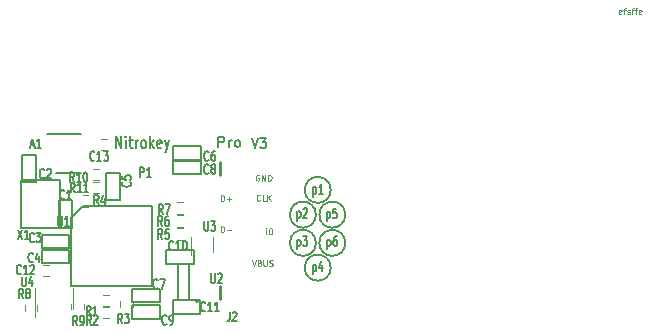
<source format=gto>
G04 #@! TF.FileFunction,Legend,Top*
%FSLAX46Y46*%
G04 Gerber Fmt 4.6, Leading zero omitted, Abs format (unit mm)*
G04 Created by KiCad (PCBNEW 4.0.7) date 2018. July 01., Sunday 21:28:52*
%MOMM*%
%LPD*%
G01*
G04 APERTURE LIST*
%ADD10C,0.150000*%
%ADD11C,0.104800*%
%ADD12C,0.125000*%
%ADD13C,0.200000*%
%ADD14C,0.180000*%
%ADD15C,0.120000*%
%ADD16C,0.254000*%
%ADD17C,0.149860*%
G04 APERTURE END LIST*
D10*
X-3879571Y6939019D02*
X-3879571Y7939019D01*
X-3422428Y6939019D01*
X-3422428Y7939019D01*
X-3041476Y6939019D02*
X-3041476Y7605686D01*
X-3041476Y7939019D02*
X-3079571Y7891400D01*
X-3041476Y7843781D01*
X-3003381Y7891400D01*
X-3041476Y7939019D01*
X-3041476Y7843781D01*
X-2774810Y7605686D02*
X-2470048Y7605686D01*
X-2660524Y7939019D02*
X-2660524Y7081876D01*
X-2622429Y6986638D01*
X-2546238Y6939019D01*
X-2470048Y6939019D01*
X-2203381Y6939019D02*
X-2203381Y7605686D01*
X-2203381Y7415210D02*
X-2165286Y7510448D01*
X-2127190Y7558067D01*
X-2051000Y7605686D01*
X-1974809Y7605686D01*
X-1593857Y6939019D02*
X-1670048Y6986638D01*
X-1708143Y7034257D01*
X-1746238Y7129495D01*
X-1746238Y7415210D01*
X-1708143Y7510448D01*
X-1670048Y7558067D01*
X-1593857Y7605686D01*
X-1479571Y7605686D01*
X-1403381Y7558067D01*
X-1365286Y7510448D01*
X-1327190Y7415210D01*
X-1327190Y7129495D01*
X-1365286Y7034257D01*
X-1403381Y6986638D01*
X-1479571Y6939019D01*
X-1593857Y6939019D01*
X-984333Y6939019D02*
X-984333Y7939019D01*
X-908142Y7319971D02*
X-679571Y6939019D01*
X-679571Y7605686D02*
X-984333Y7224733D01*
X-31952Y6986638D02*
X-108142Y6939019D01*
X-260523Y6939019D01*
X-336714Y6986638D01*
X-374809Y7081876D01*
X-374809Y7462829D01*
X-336714Y7558067D01*
X-260523Y7605686D01*
X-108142Y7605686D01*
X-31952Y7558067D01*
X6143Y7462829D01*
X6143Y7367590D01*
X-374809Y7272352D01*
X272810Y7605686D02*
X463286Y6939019D01*
X653762Y7605686D02*
X463286Y6939019D01*
X387095Y6700924D01*
X349000Y6653305D01*
X272810Y6605686D01*
D11*
X38924801Y18326919D02*
X38877182Y18303110D01*
X38781944Y18303110D01*
X38734325Y18326919D01*
X38710515Y18374538D01*
X38710515Y18565014D01*
X38734325Y18612633D01*
X38781944Y18636443D01*
X38877182Y18636443D01*
X38924801Y18612633D01*
X38948610Y18565014D01*
X38948610Y18517395D01*
X38710515Y18469776D01*
X39091467Y18636443D02*
X39281943Y18636443D01*
X39162896Y18303110D02*
X39162896Y18731681D01*
X39186705Y18779300D01*
X39234324Y18803110D01*
X39281943Y18803110D01*
X39424800Y18326919D02*
X39472419Y18303110D01*
X39567657Y18303110D01*
X39615276Y18326919D01*
X39639086Y18374538D01*
X39639086Y18398348D01*
X39615276Y18445967D01*
X39567657Y18469776D01*
X39496229Y18469776D01*
X39448610Y18493586D01*
X39424800Y18541205D01*
X39424800Y18565014D01*
X39448610Y18612633D01*
X39496229Y18636443D01*
X39567657Y18636443D01*
X39615276Y18612633D01*
X39781943Y18636443D02*
X39972419Y18636443D01*
X39853372Y18303110D02*
X39853372Y18731681D01*
X39877181Y18779300D01*
X39924800Y18803110D01*
X39972419Y18803110D01*
X40067657Y18636443D02*
X40258133Y18636443D01*
X40139086Y18303110D02*
X40139086Y18731681D01*
X40162895Y18779300D01*
X40210514Y18803110D01*
X40258133Y18803110D01*
X40615276Y18326919D02*
X40567657Y18303110D01*
X40472419Y18303110D01*
X40424800Y18326919D01*
X40400990Y18374538D01*
X40400990Y18565014D01*
X40424800Y18612633D01*
X40472419Y18636443D01*
X40567657Y18636443D01*
X40615276Y18612633D01*
X40639085Y18565014D01*
X40639085Y18517395D01*
X40400990Y18469776D01*
D12*
X8255047Y4656900D02*
X8207428Y4680710D01*
X8136000Y4680710D01*
X8064571Y4656900D01*
X8016952Y4609281D01*
X7993143Y4561662D01*
X7969333Y4466424D01*
X7969333Y4394995D01*
X7993143Y4299757D01*
X8016952Y4252138D01*
X8064571Y4204519D01*
X8136000Y4180710D01*
X8183619Y4180710D01*
X8255047Y4204519D01*
X8278857Y4228329D01*
X8278857Y4394995D01*
X8183619Y4394995D01*
X8493143Y4180710D02*
X8493143Y4680710D01*
X8778857Y4180710D01*
X8778857Y4680710D01*
X9016953Y4180710D02*
X9016953Y4680710D01*
X9136000Y4680710D01*
X9207429Y4656900D01*
X9255048Y4609281D01*
X9278857Y4561662D01*
X9302667Y4466424D01*
X9302667Y4394995D01*
X9278857Y4299757D01*
X9255048Y4252138D01*
X9207429Y4204519D01*
X9136000Y4180710D01*
X9016953Y4180710D01*
X7617734Y-2532890D02*
X7784401Y-3032890D01*
X7951067Y-2532890D01*
X8284400Y-2770986D02*
X8355829Y-2794795D01*
X8379638Y-2818605D01*
X8403448Y-2866224D01*
X8403448Y-2937652D01*
X8379638Y-2985271D01*
X8355829Y-3009081D01*
X8308210Y-3032890D01*
X8117734Y-3032890D01*
X8117734Y-2532890D01*
X8284400Y-2532890D01*
X8332019Y-2556700D01*
X8355829Y-2580510D01*
X8379638Y-2628129D01*
X8379638Y-2675748D01*
X8355829Y-2723367D01*
X8332019Y-2747176D01*
X8284400Y-2770986D01*
X8117734Y-2770986D01*
X8617734Y-2532890D02*
X8617734Y-2937652D01*
X8641543Y-2985271D01*
X8665353Y-3009081D01*
X8712972Y-3032890D01*
X8808210Y-3032890D01*
X8855829Y-3009081D01*
X8879638Y-2985271D01*
X8903448Y-2937652D01*
X8903448Y-2532890D01*
X9117734Y-3009081D02*
X9189163Y-3032890D01*
X9308210Y-3032890D01*
X9355829Y-3009081D01*
X9379639Y-2985271D01*
X9403448Y-2937652D01*
X9403448Y-2890033D01*
X9379639Y-2842414D01*
X9355829Y-2818605D01*
X9308210Y-2794795D01*
X9212972Y-2770986D01*
X9165353Y-2747176D01*
X9141544Y-2723367D01*
X9117734Y-2675748D01*
X9117734Y-2628129D01*
X9141544Y-2580510D01*
X9165353Y-2556700D01*
X9212972Y-2532890D01*
X9332020Y-2532890D01*
X9403448Y-2556700D01*
X4995124Y-188090D02*
X4995124Y311910D01*
X5114171Y311910D01*
X5185600Y288100D01*
X5233219Y240481D01*
X5257028Y192862D01*
X5280838Y97624D01*
X5280838Y26195D01*
X5257028Y-69043D01*
X5233219Y-116662D01*
X5185600Y-164281D01*
X5114171Y-188090D01*
X4995124Y-188090D01*
X5495124Y2386D02*
X5876076Y2386D01*
X8831296Y-340490D02*
X8831296Y159510D01*
X9164629Y159510D02*
X9259867Y159510D01*
X9307486Y135700D01*
X9355105Y88081D01*
X9378914Y-7157D01*
X9378914Y-173824D01*
X9355105Y-269062D01*
X9307486Y-316681D01*
X9259867Y-340490D01*
X9164629Y-340490D01*
X9117010Y-316681D01*
X9069391Y-269062D01*
X9045581Y-173824D01*
X9045581Y-7157D01*
X9069391Y88081D01*
X9117010Y135700D01*
X9164629Y159510D01*
X8338381Y2551929D02*
X8314571Y2528119D01*
X8243143Y2504310D01*
X8195524Y2504310D01*
X8124095Y2528119D01*
X8076476Y2575738D01*
X8052667Y2623357D01*
X8028857Y2718595D01*
X8028857Y2790024D01*
X8052667Y2885262D01*
X8076476Y2932881D01*
X8124095Y2980500D01*
X8195524Y3004310D01*
X8243143Y3004310D01*
X8314571Y2980500D01*
X8338381Y2956690D01*
X8790762Y2504310D02*
X8552667Y2504310D01*
X8552667Y3004310D01*
X8957429Y2504310D02*
X8957429Y3004310D01*
X9243143Y2504310D02*
X9028857Y2790024D01*
X9243143Y3004310D02*
X8957429Y2718595D01*
X4995124Y2453510D02*
X4995124Y2953510D01*
X5114171Y2953510D01*
X5185600Y2929700D01*
X5233219Y2882081D01*
X5257028Y2834462D01*
X5280838Y2739224D01*
X5280838Y2667795D01*
X5257028Y2572557D01*
X5233219Y2524938D01*
X5185600Y2477319D01*
X5114171Y2453510D01*
X4995124Y2453510D01*
X5495124Y2643986D02*
X5876076Y2643986D01*
X5685600Y2453510D02*
X5685600Y2834462D01*
D10*
X14306972Y-3180928D02*
G75*
G03X14306972Y-3180928I-1098972J0D01*
G01*
X14306972Y3409528D02*
G75*
G03X14306972Y3409528I-1098972J0D01*
G01*
X15544800Y-1079500D02*
G75*
G03X15544800Y-1079500I-1098972J0D01*
G01*
X13055600Y-1079500D02*
G75*
G03X13055600Y-1079500I-1098972J0D01*
G01*
X15544800Y1308100D02*
G75*
G03X15544800Y1308100I-1098972J0D01*
G01*
X13055600Y1308100D02*
G75*
G03X13055600Y1308100I-1098972J0D01*
G01*
D13*
X7620081Y7820757D02*
X7886748Y6920757D01*
X8153415Y7820757D01*
X8343891Y7820757D02*
X8839129Y7820757D01*
X8572462Y7477900D01*
X8686748Y7477900D01*
X8762938Y7435043D01*
X8801034Y7392186D01*
X8839129Y7306471D01*
X8839129Y7092186D01*
X8801034Y7006471D01*
X8762938Y6963614D01*
X8686748Y6920757D01*
X8458176Y6920757D01*
X8381986Y6963614D01*
X8343891Y7006471D01*
D14*
X4780872Y7075771D02*
X4780872Y7885771D01*
X5123729Y7885771D01*
X5209443Y7847200D01*
X5252300Y7808629D01*
X5295157Y7731486D01*
X5295157Y7615771D01*
X5252300Y7538629D01*
X5209443Y7500057D01*
X5123729Y7461486D01*
X4780872Y7461486D01*
X5680872Y7075771D02*
X5680872Y7615771D01*
X5680872Y7461486D02*
X5723729Y7538629D01*
X5766586Y7577200D01*
X5852300Y7615771D01*
X5938015Y7615771D01*
X6366586Y7075771D02*
X6280872Y7114343D01*
X6238015Y7152914D01*
X6195158Y7230057D01*
X6195158Y7461486D01*
X6238015Y7538629D01*
X6280872Y7577200D01*
X6366586Y7615771D01*
X6495158Y7615771D01*
X6580872Y7577200D01*
X6623729Y7538629D01*
X6666586Y7461486D01*
X6666586Y7230057D01*
X6623729Y7152914D01*
X6580872Y7114343D01*
X6495158Y7075771D01*
X6366586Y7075771D01*
D15*
X-4474400Y-5477100D02*
X-4974400Y-5477100D01*
X-4974400Y-6537100D02*
X-4474400Y-6537100D01*
X-3527200Y-6011100D02*
X-3527200Y-6511100D01*
X-2467200Y-6511100D02*
X-2467200Y-6011100D01*
X-4474400Y-6391500D02*
X-4974400Y-6391500D01*
X-4974400Y-7451500D02*
X-4474400Y-7451500D01*
X-6701600Y1946500D02*
X-6201600Y1946500D01*
X-6201600Y3006500D02*
X-6701600Y3006500D01*
X1824800Y1330100D02*
X1324800Y1330100D01*
X1324800Y270100D02*
X1824800Y270100D01*
X1824800Y2346100D02*
X1324800Y2346100D01*
X1324800Y1286100D02*
X1824800Y1286100D01*
X1824800Y212500D02*
X1324800Y212500D01*
X1324800Y-847500D02*
X1824800Y-847500D01*
X-11604400Y-6366700D02*
X-11604400Y-6866700D01*
X-10544400Y-6866700D02*
X-10544400Y-6366700D01*
X-7642000Y-6214300D02*
X-7642000Y-6714300D01*
X-6582000Y-6714300D02*
X-6582000Y-6214300D01*
X-5787200Y4080100D02*
X-5287200Y4080100D01*
X-5287200Y5140100D02*
X-5787200Y5140100D01*
X-5787200Y3165700D02*
X-5287200Y3165700D01*
X-5287200Y4225700D02*
X-5787200Y4225700D01*
X-10063200Y-3886300D02*
X-9563200Y-3886300D01*
X-9563200Y-2946300D02*
X-10063200Y-2946300D01*
D10*
X-8974800Y4864700D02*
X-6874800Y4864700D01*
X-9749800Y8114700D02*
X-6874800Y8114700D01*
D15*
X-7483200Y-6703900D02*
X-7483200Y-4903900D01*
X-10703200Y-4903900D02*
X-10703200Y-7353900D01*
X-5126800Y6781700D02*
X-4626800Y6781700D01*
X-4626800Y7721700D02*
X-5126800Y7721700D01*
X4303600Y-581900D02*
X4303600Y-1881900D01*
X2503600Y-2131900D02*
X2503600Y-581900D01*
D16*
X4899020Y4683010D02*
X4899020Y5782830D01*
X4899020Y-4714990D02*
X4899020Y-5814810D01*
D17*
X924560Y-5941060D02*
X3276600Y-5941060D01*
X3276600Y-5941060D02*
X3276600Y-7089140D01*
X3276600Y-7089140D02*
X924560Y-7089140D01*
X924560Y-7089140D02*
X924560Y-5941060D01*
X-172720Y-6123940D02*
X-2524760Y-6123940D01*
X-2524760Y-6123940D02*
X-2524760Y-4975860D01*
X-2524760Y-4975860D02*
X-172720Y-4975860D01*
X-172720Y-4975860D02*
X-172720Y-6123940D01*
X-6649720Y2052320D02*
X-7650480Y1051560D01*
X-7650480Y1051560D02*
X-7650480Y-4749800D01*
X-848360Y2052320D02*
X-848360Y-4749800D01*
X-848360Y-4749800D02*
X-7650480Y-4749800D01*
X-6649720Y2052320D02*
X-848360Y2052320D01*
X1366520Y-5882640D02*
X1366520Y-2880360D01*
X1366520Y-2880360D02*
X2316480Y-2880360D01*
X2316480Y-2880360D02*
X2316480Y-5882640D01*
X2316480Y-5882640D02*
X1366520Y-5882640D01*
X3102310Y-5979160D02*
G75*
G03X3102310Y-5979160I-110190J0D01*
G01*
X-11938000Y139700D02*
X-11938000Y4203700D01*
X-11938000Y4203700D02*
X-8585200Y4203700D01*
X-8585200Y4203700D02*
X-8585200Y139700D01*
X-8585200Y139700D02*
X-11938000Y139700D01*
X-10167620Y-403860D02*
X-7815580Y-403860D01*
X-7815580Y-403860D02*
X-7815580Y-1551940D01*
X-7815580Y-1551940D02*
X-10167620Y-1551940D01*
X-10167620Y-1551940D02*
X-10167620Y-403860D01*
X-7553960Y2534920D02*
X-7553960Y182880D01*
X-7553960Y182880D02*
X-8702040Y182880D01*
X-8702040Y182880D02*
X-8702040Y2534920D01*
X-8702040Y2534920D02*
X-7553960Y2534920D01*
X949960Y7124700D02*
X3302000Y7124700D01*
X3302000Y7124700D02*
X3302000Y5976620D01*
X3302000Y5976620D02*
X949960Y5976620D01*
X949960Y5976620D02*
X949960Y7124700D01*
X-3525960Y4872520D02*
X-3525960Y2520480D01*
X-3525960Y2520480D02*
X-4674040Y2520480D01*
X-4674040Y2520480D02*
X-4674040Y4872520D01*
X-4674040Y4872520D02*
X-3525960Y4872520D01*
X-10167620Y-1673860D02*
X-7815580Y-1673860D01*
X-7815580Y-1673860D02*
X-7815580Y-2821940D01*
X-7815580Y-2821940D02*
X-10167620Y-2821940D01*
X-10167620Y-2821940D02*
X-10167620Y-1673860D01*
X-10652760Y6395720D02*
X-10652760Y4043680D01*
X-10652760Y4043680D02*
X-11800840Y4043680D01*
X-11800840Y4043680D02*
X-11800840Y6395720D01*
X-11800840Y6395720D02*
X-10652760Y6395720D01*
X-2524760Y-6375400D02*
X-172720Y-6375400D01*
X-172720Y-6375400D02*
X-172720Y-7523480D01*
X-172720Y-7523480D02*
X-2524760Y-7523480D01*
X-2524760Y-7523480D02*
X-2524760Y-6375400D01*
X949960Y5875020D02*
X3302000Y5875020D01*
X3302000Y5875020D02*
X3302000Y4726940D01*
X3302000Y4726940D02*
X949960Y4726940D01*
X949960Y4726940D02*
X949960Y5875020D01*
X2750820Y-2872740D02*
X398780Y-2872740D01*
X398780Y-2872740D02*
X398780Y-1724660D01*
X398780Y-1724660D02*
X2750820Y-1724660D01*
X2750820Y-1724660D02*
X2750820Y-2872740D01*
D10*
X-6018200Y-7207205D02*
X-6218200Y-6826252D01*
X-6361057Y-7207205D02*
X-6361057Y-6407205D01*
X-6132485Y-6407205D01*
X-6075343Y-6445300D01*
X-6046771Y-6483395D01*
X-6018200Y-6559586D01*
X-6018200Y-6673871D01*
X-6046771Y-6750062D01*
X-6075343Y-6788157D01*
X-6132485Y-6826252D01*
X-6361057Y-6826252D01*
X-5446771Y-7207205D02*
X-5789628Y-7207205D01*
X-5618200Y-7207205D02*
X-5618200Y-6407205D01*
X-5675343Y-6521490D01*
X-5732485Y-6597681D01*
X-5789628Y-6635776D01*
X-3325800Y-7880305D02*
X-3525800Y-7499352D01*
X-3668657Y-7880305D02*
X-3668657Y-7080305D01*
X-3440085Y-7080305D01*
X-3382943Y-7118400D01*
X-3354371Y-7156495D01*
X-3325800Y-7232686D01*
X-3325800Y-7346971D01*
X-3354371Y-7423162D01*
X-3382943Y-7461257D01*
X-3440085Y-7499352D01*
X-3668657Y-7499352D01*
X-3125800Y-7080305D02*
X-2754371Y-7080305D01*
X-2954371Y-7385067D01*
X-2868657Y-7385067D01*
X-2811514Y-7423162D01*
X-2782943Y-7461257D01*
X-2754371Y-7537448D01*
X-2754371Y-7727924D01*
X-2782943Y-7804114D01*
X-2811514Y-7842210D01*
X-2868657Y-7880305D01*
X-3040085Y-7880305D01*
X-3097228Y-7842210D01*
X-3125800Y-7804114D01*
X-5992800Y-7994605D02*
X-6192800Y-7613652D01*
X-6335657Y-7994605D02*
X-6335657Y-7194605D01*
X-6107085Y-7194605D01*
X-6049943Y-7232700D01*
X-6021371Y-7270795D01*
X-5992800Y-7346986D01*
X-5992800Y-7461271D01*
X-6021371Y-7537462D01*
X-6049943Y-7575557D01*
X-6107085Y-7613652D01*
X-6335657Y-7613652D01*
X-5764228Y-7270795D02*
X-5735657Y-7232700D01*
X-5678514Y-7194605D01*
X-5535657Y-7194605D01*
X-5478514Y-7232700D01*
X-5449943Y-7270795D01*
X-5421371Y-7346986D01*
X-5421371Y-7423176D01*
X-5449943Y-7537462D01*
X-5792800Y-7994605D01*
X-5421371Y-7994605D01*
X-5350180Y2152695D02*
X-5550180Y2533648D01*
X-5693037Y2152695D02*
X-5693037Y2952695D01*
X-5464465Y2952695D01*
X-5407323Y2914600D01*
X-5378751Y2876505D01*
X-5350180Y2800314D01*
X-5350180Y2686029D01*
X-5378751Y2609838D01*
X-5407323Y2571743D01*
X-5464465Y2533648D01*
X-5693037Y2533648D01*
X-4835894Y2686029D02*
X-4835894Y2152695D01*
X-4978751Y2990790D02*
X-5121608Y2419362D01*
X-4750180Y2419362D01*
X52400Y387395D02*
X-147600Y768348D01*
X-290457Y387395D02*
X-290457Y1187395D01*
X-61885Y1187395D01*
X-4743Y1149300D01*
X23829Y1111205D01*
X52400Y1035014D01*
X52400Y920729D01*
X23829Y844538D01*
X-4743Y806443D01*
X-61885Y768348D01*
X-290457Y768348D01*
X566686Y1187395D02*
X452400Y1187395D01*
X395257Y1149300D01*
X366686Y1111205D01*
X309543Y996919D01*
X280972Y844538D01*
X280972Y539776D01*
X309543Y463586D01*
X338115Y425490D01*
X395257Y387395D01*
X509543Y387395D01*
X566686Y425490D01*
X595257Y463586D01*
X623829Y539776D01*
X623829Y730252D01*
X595257Y806443D01*
X566686Y844538D01*
X509543Y882633D01*
X395257Y882633D01*
X338115Y844538D01*
X309543Y806443D01*
X280972Y730252D01*
X96849Y1403395D02*
X-103151Y1784348D01*
X-246008Y1403395D02*
X-246008Y2203395D01*
X-17436Y2203395D01*
X39706Y2165300D01*
X68278Y2127205D01*
X96849Y2051014D01*
X96849Y1936729D01*
X68278Y1860538D01*
X39706Y1822443D01*
X-17436Y1784348D01*
X-246008Y1784348D01*
X296849Y2203395D02*
X696849Y2203395D01*
X439706Y1403395D01*
X64973Y-742778D02*
X-135027Y-361825D01*
X-277884Y-742778D02*
X-277884Y57222D01*
X-49312Y57222D01*
X7830Y19127D01*
X36402Y-18968D01*
X64973Y-95159D01*
X64973Y-209444D01*
X36402Y-285635D01*
X7830Y-323730D01*
X-49312Y-361825D01*
X-277884Y-361825D01*
X607830Y57222D02*
X322116Y57222D01*
X293545Y-323730D01*
X322116Y-285635D01*
X379259Y-247540D01*
X522116Y-247540D01*
X579259Y-285635D01*
X607830Y-323730D01*
X636402Y-399921D01*
X636402Y-590397D01*
X607830Y-666587D01*
X579259Y-704683D01*
X522116Y-742778D01*
X379259Y-742778D01*
X322116Y-704683D01*
X293545Y-666587D01*
X-11733200Y-5759405D02*
X-11933200Y-5378452D01*
X-12076057Y-5759405D02*
X-12076057Y-4959405D01*
X-11847485Y-4959405D01*
X-11790343Y-4997500D01*
X-11761771Y-5035595D01*
X-11733200Y-5111786D01*
X-11733200Y-5226071D01*
X-11761771Y-5302262D01*
X-11790343Y-5340357D01*
X-11847485Y-5378452D01*
X-12076057Y-5378452D01*
X-11390343Y-5302262D02*
X-11447485Y-5264167D01*
X-11476057Y-5226071D01*
X-11504628Y-5149881D01*
X-11504628Y-5111786D01*
X-11476057Y-5035595D01*
X-11447485Y-4997500D01*
X-11390343Y-4959405D01*
X-11276057Y-4959405D01*
X-11218914Y-4997500D01*
X-11190343Y-5035595D01*
X-11161771Y-5111786D01*
X-11161771Y-5149881D01*
X-11190343Y-5226071D01*
X-11218914Y-5264167D01*
X-11276057Y-5302262D01*
X-11390343Y-5302262D01*
X-11447485Y-5340357D01*
X-11476057Y-5378452D01*
X-11504628Y-5454643D01*
X-11504628Y-5607024D01*
X-11476057Y-5683214D01*
X-11447485Y-5721310D01*
X-11390343Y-5759405D01*
X-11276057Y-5759405D01*
X-11218914Y-5721310D01*
X-11190343Y-5683214D01*
X-11161771Y-5607024D01*
X-11161771Y-5454643D01*
X-11190343Y-5378452D01*
X-11218914Y-5340357D01*
X-11276057Y-5302262D01*
X-7161200Y-8045405D02*
X-7361200Y-7664452D01*
X-7504057Y-8045405D02*
X-7504057Y-7245405D01*
X-7275485Y-7245405D01*
X-7218343Y-7283500D01*
X-7189771Y-7321595D01*
X-7161200Y-7397786D01*
X-7161200Y-7512071D01*
X-7189771Y-7588262D01*
X-7218343Y-7626357D01*
X-7275485Y-7664452D01*
X-7504057Y-7664452D01*
X-6875485Y-8045405D02*
X-6761200Y-8045405D01*
X-6704057Y-8007310D01*
X-6675485Y-7969214D01*
X-6618343Y-7854929D01*
X-6589771Y-7702548D01*
X-6589771Y-7397786D01*
X-6618343Y-7321595D01*
X-6646914Y-7283500D01*
X-6704057Y-7245405D01*
X-6818343Y-7245405D01*
X-6875485Y-7283500D01*
X-6904057Y-7321595D01*
X-6932628Y-7397786D01*
X-6932628Y-7588262D01*
X-6904057Y-7664452D01*
X-6875485Y-7702548D01*
X-6818343Y-7740643D01*
X-6704057Y-7740643D01*
X-6646914Y-7702548D01*
X-6618343Y-7664452D01*
X-6589771Y-7588262D01*
X-7434215Y4083095D02*
X-7634215Y4464048D01*
X-7777072Y4083095D02*
X-7777072Y4883095D01*
X-7548500Y4883095D01*
X-7491358Y4845000D01*
X-7462786Y4806905D01*
X-7434215Y4730714D01*
X-7434215Y4616429D01*
X-7462786Y4540238D01*
X-7491358Y4502143D01*
X-7548500Y4464048D01*
X-7777072Y4464048D01*
X-6862786Y4083095D02*
X-7205643Y4083095D01*
X-7034215Y4083095D02*
X-7034215Y4883095D01*
X-7091358Y4768810D01*
X-7148500Y4692619D01*
X-7205643Y4654524D01*
X-6491357Y4883095D02*
X-6434214Y4883095D01*
X-6377071Y4845000D01*
X-6348500Y4806905D01*
X-6319929Y4730714D01*
X-6291357Y4578333D01*
X-6291357Y4387857D01*
X-6319929Y4235476D01*
X-6348500Y4159286D01*
X-6377071Y4121190D01*
X-6434214Y4083095D01*
X-6491357Y4083095D01*
X-6548500Y4121190D01*
X-6577071Y4159286D01*
X-6605643Y4235476D01*
X-6634214Y4387857D01*
X-6634214Y4578333D01*
X-6605643Y4730714D01*
X-6577071Y4806905D01*
X-6548500Y4845000D01*
X-6491357Y4883095D01*
X-7358015Y3206795D02*
X-7558015Y3587748D01*
X-7700872Y3206795D02*
X-7700872Y4006795D01*
X-7472300Y4006795D01*
X-7415158Y3968700D01*
X-7386586Y3930605D01*
X-7358015Y3854414D01*
X-7358015Y3740129D01*
X-7386586Y3663938D01*
X-7415158Y3625843D01*
X-7472300Y3587748D01*
X-7700872Y3587748D01*
X-6786586Y3206795D02*
X-7129443Y3206795D01*
X-6958015Y3206795D02*
X-6958015Y4006795D01*
X-7015158Y3892510D01*
X-7072300Y3816319D01*
X-7129443Y3778224D01*
X-6215157Y3206795D02*
X-6558014Y3206795D01*
X-6386586Y3206795D02*
X-6386586Y4006795D01*
X-6443729Y3892510D01*
X-6500871Y3816319D01*
X-6558014Y3778224D01*
X-11917315Y-3676614D02*
X-11945886Y-3714710D01*
X-12031600Y-3752805D01*
X-12088743Y-3752805D01*
X-12174458Y-3714710D01*
X-12231600Y-3638519D01*
X-12260172Y-3562329D01*
X-12288743Y-3409948D01*
X-12288743Y-3295662D01*
X-12260172Y-3143281D01*
X-12231600Y-3067090D01*
X-12174458Y-2990900D01*
X-12088743Y-2952805D01*
X-12031600Y-2952805D01*
X-11945886Y-2990900D01*
X-11917315Y-3028995D01*
X-11345886Y-3752805D02*
X-11688743Y-3752805D01*
X-11517315Y-3752805D02*
X-11517315Y-2952805D01*
X-11574458Y-3067090D01*
X-11631600Y-3143281D01*
X-11688743Y-3181376D01*
X-11117314Y-3028995D02*
X-11088743Y-2990900D01*
X-11031600Y-2952805D01*
X-10888743Y-2952805D01*
X-10831600Y-2990900D01*
X-10803029Y-3028995D01*
X-10774457Y-3105186D01*
X-10774457Y-3181376D01*
X-10803029Y-3295662D01*
X-11145886Y-3752805D01*
X-10774457Y-3752805D01*
X-11096571Y7169167D02*
X-10810857Y7169167D01*
X-11153714Y6940595D02*
X-10953714Y7740595D01*
X-10753714Y6940595D01*
X-10239428Y6940595D02*
X-10582285Y6940595D01*
X-10410857Y6940595D02*
X-10410857Y7740595D01*
X-10468000Y7626310D01*
X-10525142Y7550119D01*
X-10582285Y7512024D01*
X-11836343Y-3943405D02*
X-11836343Y-4591024D01*
X-11807771Y-4667214D01*
X-11779200Y-4705310D01*
X-11722057Y-4743405D01*
X-11607771Y-4743405D01*
X-11550629Y-4705310D01*
X-11522057Y-4667214D01*
X-11493486Y-4591024D01*
X-11493486Y-3943405D01*
X-10950629Y-4210071D02*
X-10950629Y-4743405D01*
X-11093486Y-3905310D02*
X-11236343Y-4476738D01*
X-10864915Y-4476738D01*
X-5694315Y5949986D02*
X-5722886Y5911890D01*
X-5808600Y5873795D01*
X-5865743Y5873795D01*
X-5951458Y5911890D01*
X-6008600Y5988081D01*
X-6037172Y6064271D01*
X-6065743Y6216652D01*
X-6065743Y6330938D01*
X-6037172Y6483319D01*
X-6008600Y6559510D01*
X-5951458Y6635700D01*
X-5865743Y6673795D01*
X-5808600Y6673795D01*
X-5722886Y6635700D01*
X-5694315Y6597605D01*
X-5122886Y5873795D02*
X-5465743Y5873795D01*
X-5294315Y5873795D02*
X-5294315Y6673795D01*
X-5351458Y6559510D01*
X-5408600Y6483319D01*
X-5465743Y6445224D01*
X-4922886Y6673795D02*
X-4551457Y6673795D01*
X-4751457Y6369033D01*
X-4665743Y6369033D01*
X-4608600Y6330938D01*
X-4580029Y6292843D01*
X-4551457Y6216652D01*
X-4551457Y6026176D01*
X-4580029Y5949986D01*
X-4608600Y5911890D01*
X-4665743Y5873795D01*
X-4837171Y5873795D01*
X-4894314Y5911890D01*
X-4922886Y5949986D01*
X3606857Y730195D02*
X3606857Y82576D01*
X3635429Y6386D01*
X3664000Y-31710D01*
X3721143Y-69805D01*
X3835429Y-69805D01*
X3892571Y-31710D01*
X3921143Y6386D01*
X3949714Y82576D01*
X3949714Y730195D01*
X4178285Y730195D02*
X4549714Y730195D01*
X4349714Y425433D01*
X4435428Y425433D01*
X4492571Y387338D01*
X4521142Y349243D01*
X4549714Y273052D01*
X4549714Y82576D01*
X4521142Y6386D01*
X4492571Y-31710D01*
X4435428Y-69805D01*
X4264000Y-69805D01*
X4206857Y-31710D01*
X4178285Y6386D01*
X14012914Y-806471D02*
X14012914Y-1606471D01*
X14012914Y-844567D02*
X14070057Y-806471D01*
X14184343Y-806471D01*
X14241486Y-844567D01*
X14270057Y-882662D01*
X14298628Y-958852D01*
X14298628Y-1187424D01*
X14270057Y-1263614D01*
X14241486Y-1301710D01*
X14184343Y-1339805D01*
X14070057Y-1339805D01*
X14012914Y-1301710D01*
X14812914Y-539805D02*
X14698628Y-539805D01*
X14641485Y-577900D01*
X14612914Y-615995D01*
X14555771Y-730281D01*
X14527200Y-882662D01*
X14527200Y-1187424D01*
X14555771Y-1263614D01*
X14584343Y-1301710D01*
X14641485Y-1339805D01*
X14755771Y-1339805D01*
X14812914Y-1301710D01*
X14841485Y-1263614D01*
X14870057Y-1187424D01*
X14870057Y-996948D01*
X14841485Y-920757D01*
X14812914Y-882662D01*
X14755771Y-844567D01*
X14641485Y-844567D01*
X14584343Y-882662D01*
X14555771Y-920757D01*
X14527200Y-996948D01*
X13962114Y1530329D02*
X13962114Y730329D01*
X13962114Y1492233D02*
X14019257Y1530329D01*
X14133543Y1530329D01*
X14190686Y1492233D01*
X14219257Y1454138D01*
X14247828Y1377948D01*
X14247828Y1149376D01*
X14219257Y1073186D01*
X14190686Y1035090D01*
X14133543Y996995D01*
X14019257Y996995D01*
X13962114Y1035090D01*
X14790685Y1796995D02*
X14504971Y1796995D01*
X14476400Y1416043D01*
X14504971Y1454138D01*
X14562114Y1492233D01*
X14704971Y1492233D01*
X14762114Y1454138D01*
X14790685Y1416043D01*
X14819257Y1339852D01*
X14819257Y1149376D01*
X14790685Y1073186D01*
X14762114Y1035090D01*
X14704971Y996995D01*
X14562114Y996995D01*
X14504971Y1035090D01*
X14476400Y1073186D01*
X12793714Y-2940071D02*
X12793714Y-3740071D01*
X12793714Y-2978167D02*
X12850857Y-2940071D01*
X12965143Y-2940071D01*
X13022286Y-2978167D01*
X13050857Y-3016262D01*
X13079428Y-3092452D01*
X13079428Y-3321024D01*
X13050857Y-3397214D01*
X13022286Y-3435310D01*
X12965143Y-3473405D01*
X12850857Y-3473405D01*
X12793714Y-3435310D01*
X13593714Y-2940071D02*
X13593714Y-3473405D01*
X13450857Y-2635310D02*
X13308000Y-3206738D01*
X13679428Y-3206738D01*
X11472914Y-806471D02*
X11472914Y-1606471D01*
X11472914Y-844567D02*
X11530057Y-806471D01*
X11644343Y-806471D01*
X11701486Y-844567D01*
X11730057Y-882662D01*
X11758628Y-958852D01*
X11758628Y-1187424D01*
X11730057Y-1263614D01*
X11701486Y-1301710D01*
X11644343Y-1339805D01*
X11530057Y-1339805D01*
X11472914Y-1301710D01*
X11958628Y-539805D02*
X12330057Y-539805D01*
X12130057Y-844567D01*
X12215771Y-844567D01*
X12272914Y-882662D01*
X12301485Y-920757D01*
X12330057Y-996948D01*
X12330057Y-1187424D01*
X12301485Y-1263614D01*
X12272914Y-1301710D01*
X12215771Y-1339805D01*
X12044343Y-1339805D01*
X11987200Y-1301710D01*
X11958628Y-1263614D01*
X11472914Y1581129D02*
X11472914Y781129D01*
X11472914Y1543033D02*
X11530057Y1581129D01*
X11644343Y1581129D01*
X11701486Y1543033D01*
X11730057Y1504938D01*
X11758628Y1428748D01*
X11758628Y1200176D01*
X11730057Y1123986D01*
X11701486Y1085890D01*
X11644343Y1047795D01*
X11530057Y1047795D01*
X11472914Y1085890D01*
X11987200Y1771605D02*
X12015771Y1809700D01*
X12072914Y1847795D01*
X12215771Y1847795D01*
X12272914Y1809700D01*
X12301485Y1771605D01*
X12330057Y1695414D01*
X12330057Y1619224D01*
X12301485Y1504938D01*
X11958628Y1047795D01*
X12330057Y1047795D01*
X12793714Y3613129D02*
X12793714Y2813129D01*
X12793714Y3575033D02*
X12850857Y3613129D01*
X12965143Y3613129D01*
X13022286Y3575033D01*
X13050857Y3536938D01*
X13079428Y3460748D01*
X13079428Y3232176D01*
X13050857Y3155986D01*
X13022286Y3117890D01*
X12965143Y3079795D01*
X12850857Y3079795D01*
X12793714Y3117890D01*
X13650857Y3079795D02*
X13308000Y3079795D01*
X13479428Y3079795D02*
X13479428Y3879795D01*
X13422285Y3765510D01*
X13365143Y3689319D01*
X13308000Y3651224D01*
X-1827157Y4527595D02*
X-1827157Y5327595D01*
X-1598585Y5327595D01*
X-1541443Y5289500D01*
X-1512871Y5251405D01*
X-1484300Y5175214D01*
X-1484300Y5060929D01*
X-1512871Y4984738D01*
X-1541443Y4946643D01*
X-1598585Y4908548D01*
X-1827157Y4908548D01*
X-912871Y4527595D02*
X-1255728Y4527595D01*
X-1084300Y4527595D02*
X-1084300Y5327595D01*
X-1141443Y5213310D01*
X-1198585Y5137119D01*
X-1255728Y5099024D01*
X5756300Y-6915205D02*
X5756300Y-7486633D01*
X5727728Y-7600919D01*
X5670585Y-7677110D01*
X5584871Y-7715205D01*
X5527728Y-7715205D01*
X6013443Y-6991395D02*
X6042014Y-6953300D01*
X6099157Y-6915205D01*
X6242014Y-6915205D01*
X6299157Y-6953300D01*
X6327728Y-6991395D01*
X6356300Y-7067586D01*
X6356300Y-7143776D01*
X6327728Y-7258062D01*
X5984871Y-7715205D01*
X6356300Y-7715205D01*
X3690985Y-6813514D02*
X3662414Y-6851610D01*
X3576700Y-6889705D01*
X3519557Y-6889705D01*
X3433842Y-6851610D01*
X3376700Y-6775419D01*
X3348128Y-6699229D01*
X3319557Y-6546848D01*
X3319557Y-6432562D01*
X3348128Y-6280181D01*
X3376700Y-6203990D01*
X3433842Y-6127800D01*
X3519557Y-6089705D01*
X3576700Y-6089705D01*
X3662414Y-6127800D01*
X3690985Y-6165895D01*
X4262414Y-6889705D02*
X3919557Y-6889705D01*
X4090985Y-6889705D02*
X4090985Y-6089705D01*
X4033842Y-6203990D01*
X3976700Y-6280181D01*
X3919557Y-6318276D01*
X4833843Y-6889705D02*
X4490986Y-6889705D01*
X4662414Y-6889705D02*
X4662414Y-6089705D01*
X4605271Y-6203990D01*
X4548129Y-6280181D01*
X4490986Y-6318276D01*
X-354000Y-4870414D02*
X-382571Y-4908510D01*
X-468285Y-4946605D01*
X-525428Y-4946605D01*
X-611143Y-4908510D01*
X-668285Y-4832319D01*
X-696857Y-4756129D01*
X-725428Y-4603748D01*
X-725428Y-4489462D01*
X-696857Y-4337081D01*
X-668285Y-4260890D01*
X-611143Y-4184700D01*
X-525428Y-4146605D01*
X-468285Y-4146605D01*
X-382571Y-4184700D01*
X-354000Y-4222795D01*
X-154000Y-4146605D02*
X246000Y-4146605D01*
X-11143Y-4946605D01*
X-8788343Y1187395D02*
X-8788343Y539776D01*
X-8759771Y463586D01*
X-8731200Y425490D01*
X-8674057Y387395D01*
X-8559771Y387395D01*
X-8502629Y425490D01*
X-8474057Y463586D01*
X-8445486Y539776D01*
X-8445486Y1187395D01*
X-7845486Y387395D02*
X-8188343Y387395D01*
X-8016915Y387395D02*
X-8016915Y1187395D01*
X-8074058Y1073110D01*
X-8131200Y996919D01*
X-8188343Y958824D01*
X4165657Y-3638605D02*
X4165657Y-4286224D01*
X4194229Y-4362414D01*
X4222800Y-4400510D01*
X4279943Y-4438605D01*
X4394229Y-4438605D01*
X4451371Y-4400510D01*
X4479943Y-4362414D01*
X4508514Y-4286224D01*
X4508514Y-3638605D01*
X4765657Y-3714795D02*
X4794228Y-3676700D01*
X4851371Y-3638605D01*
X4994228Y-3638605D01*
X5051371Y-3676700D01*
X5079942Y-3714795D01*
X5108514Y-3790986D01*
X5108514Y-3867176D01*
X5079942Y-3981462D01*
X4737085Y-4438605D01*
X5108514Y-4438605D01*
X-12207815Y44395D02*
X-11807815Y-755605D01*
X-11807815Y44395D02*
X-12207815Y-755605D01*
X-11264957Y-755605D02*
X-11607814Y-755605D01*
X-11436386Y-755605D02*
X-11436386Y44395D01*
X-11493529Y-69890D01*
X-11550671Y-146081D01*
X-11607814Y-184176D01*
X-10806100Y-946114D02*
X-10834671Y-984210D01*
X-10920385Y-1022305D01*
X-10977528Y-1022305D01*
X-11063243Y-984210D01*
X-11120385Y-908019D01*
X-11148957Y-831829D01*
X-11177528Y-679448D01*
X-11177528Y-565162D01*
X-11148957Y-412781D01*
X-11120385Y-336590D01*
X-11063243Y-260400D01*
X-10977528Y-222305D01*
X-10920385Y-222305D01*
X-10834671Y-260400D01*
X-10806100Y-298495D01*
X-10606100Y-222305D02*
X-10234671Y-222305D01*
X-10434671Y-527067D01*
X-10348957Y-527067D01*
X-10291814Y-565162D01*
X-10263243Y-603257D01*
X-10234671Y-679448D01*
X-10234671Y-869924D01*
X-10263243Y-946114D01*
X-10291814Y-984210D01*
X-10348957Y-1022305D01*
X-10520385Y-1022305D01*
X-10577528Y-984210D01*
X-10606100Y-946114D01*
X-8240700Y2686086D02*
X-8269271Y2647990D01*
X-8354985Y2609895D01*
X-8412128Y2609895D01*
X-8497843Y2647990D01*
X-8554985Y2724181D01*
X-8583557Y2800371D01*
X-8612128Y2952752D01*
X-8612128Y3067038D01*
X-8583557Y3219419D01*
X-8554985Y3295610D01*
X-8497843Y3371800D01*
X-8412128Y3409895D01*
X-8354985Y3409895D01*
X-8269271Y3371800D01*
X-8240700Y3333705D01*
X-7669271Y2609895D02*
X-8012128Y2609895D01*
X-7840700Y2609895D02*
X-7840700Y3409895D01*
X-7897843Y3295610D01*
X-7954985Y3219419D01*
X-8012128Y3181324D01*
X3964000Y5949986D02*
X3935429Y5911890D01*
X3849715Y5873795D01*
X3792572Y5873795D01*
X3706857Y5911890D01*
X3649715Y5988081D01*
X3621143Y6064271D01*
X3592572Y6216652D01*
X3592572Y6330938D01*
X3621143Y6483319D01*
X3649715Y6559510D01*
X3706857Y6635700D01*
X3792572Y6673795D01*
X3849715Y6673795D01*
X3935429Y6635700D01*
X3964000Y6597605D01*
X4478286Y6673795D02*
X4364000Y6673795D01*
X4306857Y6635700D01*
X4278286Y6597605D01*
X4221143Y6483319D01*
X4192572Y6330938D01*
X4192572Y6026176D01*
X4221143Y5949986D01*
X4249715Y5911890D01*
X4306857Y5873795D01*
X4421143Y5873795D01*
X4478286Y5911890D01*
X4506857Y5949986D01*
X4535429Y6026176D01*
X4535429Y6216652D01*
X4506857Y6292843D01*
X4478286Y6330938D01*
X4421143Y6369033D01*
X4306857Y6369033D01*
X4249715Y6330938D01*
X4221143Y6292843D01*
X4192572Y6216652D01*
X-2660686Y4052900D02*
X-2622590Y4024329D01*
X-2584495Y3938615D01*
X-2584495Y3881472D01*
X-2622590Y3795757D01*
X-2698781Y3738615D01*
X-2774971Y3710043D01*
X-2927352Y3681472D01*
X-3041638Y3681472D01*
X-3194019Y3710043D01*
X-3270210Y3738615D01*
X-3346400Y3795757D01*
X-3384495Y3881472D01*
X-3384495Y3938615D01*
X-3346400Y4024329D01*
X-3308305Y4052900D01*
X-3384495Y4595757D02*
X-3384495Y4310043D01*
X-3003543Y4281472D01*
X-3041638Y4310043D01*
X-3079733Y4367186D01*
X-3079733Y4510043D01*
X-3041638Y4567186D01*
X-3003543Y4595757D01*
X-2927352Y4624329D01*
X-2736876Y4624329D01*
X-2660686Y4595757D01*
X-2622590Y4567186D01*
X-2584495Y4510043D01*
X-2584495Y4367186D01*
X-2622590Y4310043D01*
X-2660686Y4281472D01*
X-10907700Y-2660614D02*
X-10936271Y-2698710D01*
X-11021985Y-2736805D01*
X-11079128Y-2736805D01*
X-11164843Y-2698710D01*
X-11221985Y-2622519D01*
X-11250557Y-2546329D01*
X-11279128Y-2393948D01*
X-11279128Y-2279662D01*
X-11250557Y-2127281D01*
X-11221985Y-2051090D01*
X-11164843Y-1974900D01*
X-11079128Y-1936805D01*
X-11021985Y-1936805D01*
X-10936271Y-1974900D01*
X-10907700Y-2012995D01*
X-10393414Y-2203471D02*
X-10393414Y-2736805D01*
X-10536271Y-1898710D02*
X-10679128Y-2470138D01*
X-10307700Y-2470138D01*
X-9955200Y4476786D02*
X-9983771Y4438690D01*
X-10069485Y4400595D01*
X-10126628Y4400595D01*
X-10212343Y4438690D01*
X-10269485Y4514881D01*
X-10298057Y4591071D01*
X-10326628Y4743452D01*
X-10326628Y4857738D01*
X-10298057Y5010119D01*
X-10269485Y5086310D01*
X-10212343Y5162500D01*
X-10126628Y5200595D01*
X-10069485Y5200595D01*
X-9983771Y5162500D01*
X-9955200Y5124405D01*
X-9726628Y5124405D02*
X-9698057Y5162500D01*
X-9640914Y5200595D01*
X-9498057Y5200595D01*
X-9440914Y5162500D01*
X-9412343Y5124405D01*
X-9383771Y5048214D01*
X-9383771Y4972024D01*
X-9412343Y4857738D01*
X-9755200Y4400595D01*
X-9383771Y4400595D01*
X408000Y-7918414D02*
X379429Y-7956510D01*
X293715Y-7994605D01*
X236572Y-7994605D01*
X150857Y-7956510D01*
X93715Y-7880319D01*
X65143Y-7804129D01*
X36572Y-7651748D01*
X36572Y-7537462D01*
X65143Y-7385081D01*
X93715Y-7308890D01*
X150857Y-7232700D01*
X236572Y-7194605D01*
X293715Y-7194605D01*
X379429Y-7232700D01*
X408000Y-7270795D01*
X693715Y-7994605D02*
X808000Y-7994605D01*
X865143Y-7956510D01*
X893715Y-7918414D01*
X950857Y-7804129D01*
X979429Y-7651748D01*
X979429Y-7346986D01*
X950857Y-7270795D01*
X922286Y-7232700D01*
X865143Y-7194605D01*
X750857Y-7194605D01*
X693715Y-7232700D01*
X665143Y-7270795D01*
X636572Y-7346986D01*
X636572Y-7537462D01*
X665143Y-7613652D01*
X693715Y-7651748D01*
X750857Y-7689843D01*
X865143Y-7689843D01*
X922286Y-7651748D01*
X950857Y-7613652D01*
X979429Y-7537462D01*
X3964000Y4832386D02*
X3935429Y4794290D01*
X3849715Y4756195D01*
X3792572Y4756195D01*
X3706857Y4794290D01*
X3649715Y4870481D01*
X3621143Y4946671D01*
X3592572Y5099052D01*
X3592572Y5213338D01*
X3621143Y5365719D01*
X3649715Y5441910D01*
X3706857Y5518100D01*
X3792572Y5556195D01*
X3849715Y5556195D01*
X3935429Y5518100D01*
X3964000Y5480005D01*
X4306857Y5213338D02*
X4249715Y5251433D01*
X4221143Y5289529D01*
X4192572Y5365719D01*
X4192572Y5403814D01*
X4221143Y5480005D01*
X4249715Y5518100D01*
X4306857Y5556195D01*
X4421143Y5556195D01*
X4478286Y5518100D01*
X4506857Y5480005D01*
X4535429Y5403814D01*
X4535429Y5365719D01*
X4506857Y5289529D01*
X4478286Y5251433D01*
X4421143Y5213338D01*
X4306857Y5213338D01*
X4249715Y5175243D01*
X4221143Y5137148D01*
X4192572Y5060957D01*
X4192572Y4908576D01*
X4221143Y4832386D01*
X4249715Y4794290D01*
X4306857Y4756195D01*
X4421143Y4756195D01*
X4478286Y4794290D01*
X4506857Y4832386D01*
X4535429Y4908576D01*
X4535429Y5060957D01*
X4506857Y5137148D01*
X4478286Y5175243D01*
X4421143Y5213338D01*
X985885Y-1619214D02*
X957314Y-1657310D01*
X871600Y-1695405D01*
X814457Y-1695405D01*
X728742Y-1657310D01*
X671600Y-1581119D01*
X643028Y-1504929D01*
X614457Y-1352548D01*
X614457Y-1238262D01*
X643028Y-1085881D01*
X671600Y-1009690D01*
X728742Y-933500D01*
X814457Y-895405D01*
X871600Y-895405D01*
X957314Y-933500D01*
X985885Y-971595D01*
X1557314Y-1695405D02*
X1214457Y-1695405D01*
X1385885Y-1695405D02*
X1385885Y-895405D01*
X1328742Y-1009690D01*
X1271600Y-1085881D01*
X1214457Y-1123976D01*
X1928743Y-895405D02*
X1985886Y-895405D01*
X2043029Y-933500D01*
X2071600Y-971595D01*
X2100171Y-1047786D01*
X2128743Y-1200167D01*
X2128743Y-1390643D01*
X2100171Y-1543024D01*
X2071600Y-1619214D01*
X2043029Y-1657310D01*
X1985886Y-1695405D01*
X1928743Y-1695405D01*
X1871600Y-1657310D01*
X1843029Y-1619214D01*
X1814457Y-1543024D01*
X1785886Y-1390643D01*
X1785886Y-1200167D01*
X1814457Y-1047786D01*
X1843029Y-971595D01*
X1871600Y-933500D01*
X1928743Y-895405D01*
M02*

</source>
